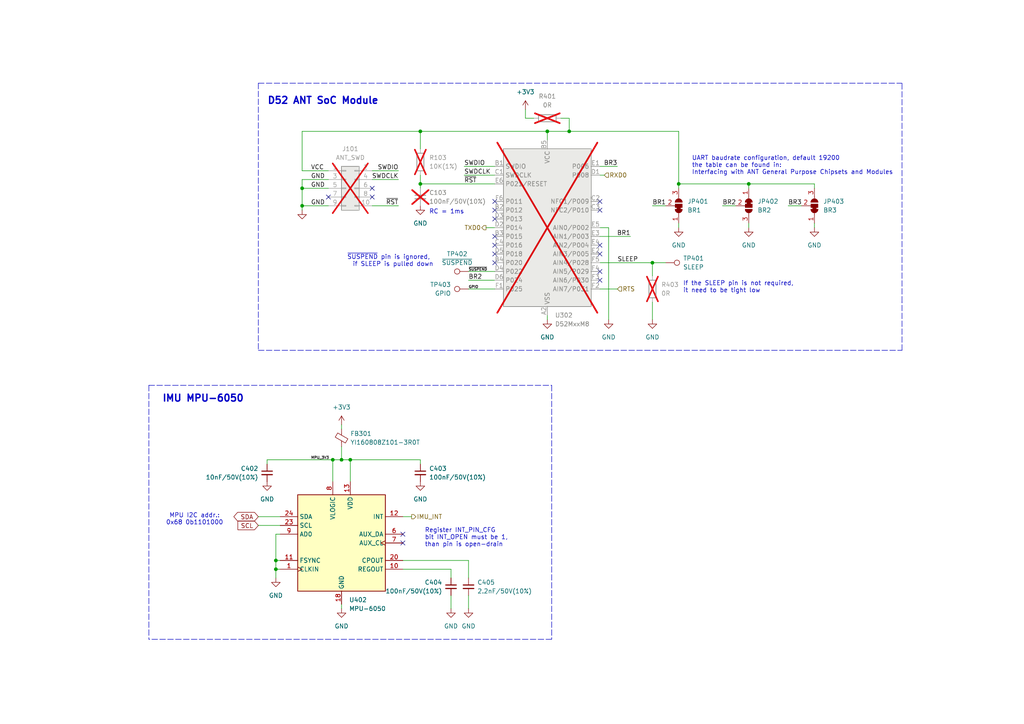
<source format=kicad_sch>
(kicad_sch (version 20230121) (generator eeschema)
  (paper "A4")
  (title_block (title "Radar Safety Sensor") (date "2023-12-20") (rev "Rev.: 1.0") (company "ALPS Electric Czech, s.r.o.") (comment 1 "Designed by Martin Tavoda"))
  (lib_symbols
    (symbol "Connector:TestPoint" (pin_numbers hide) (pin_names (offset 0.762) hide)
      (property "Reference" "TP" (at 0 6.858 0))
      (property "Value" "TestPoint" (at 0 5.08 0))
      (symbol "TestPoint_0_1"
        (circle (center 0 3.302) (radius 0.762))
      )
      (symbol "TestPoint_1_1"
        (pin passive line (at 0 0 90) (length 2.54) (name "1") (number "1"))
      )
    )
    (symbol "Connector_Generic:Conn_02x05_Odd_Even" (pin_names (offset 1.016) hide)
      (property "Reference" "J" (at 1.27 7.62 0))
      (property "Value" "Conn_02x05_Odd_Even" (at 1.27 -7.62 0))
      (symbol "Conn_02x05_Odd_Even_1_1"
        (rectangle (start -1.27 -4.953) (end 0 -5.207) (stroke (width 0.1524)))
        (rectangle (start -1.27 -2.413) (end 0 -2.667) (stroke (width 0.1524)))
        (rectangle (start -1.27 0.127) (end 0 -0.127) (stroke (width 0.1524)))
        (rectangle (start -1.27 2.667) (end 0 2.413) (stroke (width 0.1524)))
        (rectangle (start -1.27 5.207) (end 0 4.953) (stroke (width 0.1524)))
        (rectangle (start -1.27 6.35) (end 3.81 -6.35) (stroke (width 0.254)) (fill (type background)))
        (rectangle (start 3.81 -4.953) (end 2.54 -5.207) (stroke (width 0.1524)))
        (rectangle (start 3.81 -2.413) (end 2.54 -2.667) (stroke (width 0.1524)))
        (rectangle (start 3.81 0.127) (end 2.54 -0.127) (stroke (width 0.1524)))
        (rectangle (start 3.81 2.667) (end 2.54 2.413) (stroke (width 0.1524)))
        (rectangle (start 3.81 5.207) (end 2.54 4.953) (stroke (width 0.1524)))
        (pin passive line (at -5.08 5.08 0) (length 3.81) (name "Pin_1") (number "1"))
        (pin passive line (at 7.62 -5.08 180) (length 3.81) (name "Pin_10") (number "10"))
        (pin passive line (at 7.62 5.08 180) (length 3.81) (name "Pin_2") (number "2"))
        (pin passive line (at -5.08 2.54 0) (length 3.81) (name "Pin_3") (number "3"))
        (pin passive line (at 7.62 2.54 180) (length 3.81) (name "Pin_4") (number "4"))
        (pin passive line (at -5.08 0 0) (length 3.81) (name "Pin_5") (number "5"))
        (pin passive line (at 7.62 0 180) (length 3.81) (name "Pin_6") (number "6"))
        (pin passive line (at -5.08 -2.54 0) (length 3.81) (name "Pin_7") (number "7"))
        (pin passive line (at 7.62 -2.54 180) (length 3.81) (name "Pin_8") (number "8"))
        (pin passive line (at -5.08 -5.08 0) (length 3.81) (name "Pin_9") (number "9"))
      )
    )
    (symbol "Device:C_Small" (pin_numbers hide) (pin_names (offset 0.254) hide)
      (property "Reference" "C" (at 0.254 1.778 0))
      (property "Value" "C_Small" (at 0.254 -2.032 0))
      (symbol "C_Small_0_1"
        (polyline (pts (xy -1.524 -0.508) (xy 1.524 -0.508)) (stroke (width 0.3302)))
        (polyline (pts (xy -1.524 0.508) (xy 1.524 0.508)) (stroke (width 0.3048)))
      )
      (symbol "C_Small_1_1"
        (pin passive line (at 0 2.54 270) (length 2.032) (name "~") (number "1"))
        (pin passive line (at 0 -2.54 90) (length 2.032) (name "~") (number "2"))
      )
    )
    (symbol "Device:FerriteBead_Small" (pin_numbers hide) (pin_names (offset 0))
      (property "Reference" "FB" (at 1.905 1.27 0))
      (property "Value" "FerriteBead_Small" (at 1.905 -1.27 0))
      (symbol "FerriteBead_Small_0_1"
        (polyline (pts (xy 0 -1.27) (xy 0 -0.7874)))
        (polyline (pts (xy 0 0.889) (xy 0 1.2954)))
        (polyline (pts (xy -1.8288 0.2794) (xy -1.1176 1.4986) (xy 1.8288 -0.2032) (xy 1.1176 -1.4224) (xy -1.8288 0.2794)))
      )
      (symbol "FerriteBead_Small_1_1"
        (pin passive line (at 0 2.54 270) (length 1.27) (name "~") (number "1"))
        (pin passive line (at 0 -2.54 90) (length 1.27) (name "~") (number "2"))
      )
    )
    (symbol "Device:R" (pin_numbers hide) (pin_names (offset 0))
      (property "Reference" "R" (at 2.032 0 90))
      (property "Value" "R" (at 0 0 90))
      (symbol "R_0_1"
        (rectangle (start -1.016 -2.54) (end 1.016 2.54) (stroke (width 0.254)))
      )
      (symbol "R_1_1"
        (pin passive line (at 0 3.81 270) (length 1.27) (name "~") (number "1"))
        (pin passive line (at 0 -3.81 90) (length 1.27) (name "~") (number "2"))
      )
    )
    (symbol "Jumper:SolderJumper_3_Bridged12" (pin_names (offset 0) hide)
      (property "Reference" "JP" (at -2.54 -2.54 0))
      (property "Value" "SolderJumper_3_Bridged12" (at 0 2.794 0))
      (symbol "SolderJumper_3_Bridged12_0_1"
        (rectangle (start -1.016 0.508) (end -0.508 -0.508) (fill (type outline)))
        (arc (start -1.016 1.016) (mid -2.0276 0) (end -1.016 -1.016))
        (arc (start -1.016 1.016) (mid -2.0276 0) (end -1.016 -1.016) (fill (type outline)))
        (rectangle (start -0.508 1.016) (end 0.508 -1.016) (fill (type outline)))
        (polyline (pts (xy -2.54 0) (xy -2.032 0)))
        (polyline (pts (xy -1.016 1.016) (xy -1.016 -1.016)))
        (polyline (pts (xy 0 -1.27) (xy 0 -1.016)))
        (polyline (pts (xy 1.016 1.016) (xy 1.016 -1.016)))
        (polyline (pts (xy 2.54 0) (xy 2.032 0)))
        (arc (start 1.016 -1.016) (mid 2.0276 0) (end 1.016 1.016))
        (arc (start 1.016 -1.016) (mid 2.0276 0) (end 1.016 1.016) (fill (type outline)))
      )
      (symbol "SolderJumper_3_Bridged12_1_1"
        (pin passive line (at -5.08 0 0) (length 2.54) (name "A") (number "1"))
        (pin passive line (at 0 -3.81 90) (length 2.54) (name "C") (number "2"))
        (pin passive line (at 5.08 0 180) (length 2.54) (name "B") (number "3"))
      )
    )
    (symbol "RF_Module:D52MxxM8"
      (property "Reference" "U" (at -11.43 24.13 0))
      (property "Value" "D52MxxM8" (at 7.62 24.13 0))
      (symbol "D52MxxM8_0_1"
        (rectangle (start -12.7 22.86) (end 12.7 -22.86) (stroke (width 0.254)) (fill (type background)))
      )
      (symbol "D52MxxM8_1_1"
        (pin power_in line (at 0 -25.4 90) (length 2.54) (name "VSS") (number "A2"))
        (pin passive line (at 0 -25.4 90) (length 2.54) hide (name "VSS") (number "A3"))
        (pin passive line (at 0 -25.4 90) (length 2.54) hide (name "VSS") (number "A4"))
        (pin passive line (at 0 -25.4 90) (length 2.54) hide (name "VSS") (number "A5"))
        (pin passive line (at 0 -25.4 90) (length 2.54) hide (name "VSS") (number "A6"))
        (pin bidirectional line (at -15.24 17.78 0) (length 2.54) (name "SWDIO") (number "B1"))
        (pin bidirectional line (at -15.24 5.08 0) (length 2.54) (name "P012") (number "B2"))
        (pin bidirectional line (at -15.24 -2.54 0) (length 2.54) (name "P015") (number "B3"))
        (pin bidirectional line (at -15.24 -10.16 0) (length 2.54) (name "P020") (number "B4"))
        (pin power_in line (at 0 25.4 270) (length 2.54) (name "VCC") (number "B5"))
        (pin passive line (at 0 25.4 270) (length 2.54) hide (name "VCC") (number "B6"))
        (pin input line (at -15.24 15.24 0) (length 2.54) (name "SWDCLK") (number "C1"))
        (pin bidirectional line (at 15.24 7.62 180) (length 2.54) (name "NFC1/P009") (number "C2"))
        (pin bidirectional line (at 15.24 5.08 180) (length 2.54) (name "NFC2/P010") (number "C3"))
        (pin bidirectional line (at -15.24 -5.08 0) (length 2.54) (name "P016") (number "C4"))
        (pin passive line (at 0 25.4 270) (length 2.54) hide (name "VCC") (number "C5"))
        (pin passive line (at 0 25.4 270) (length 2.54) hide (name "VCC") (number "C6"))
        (pin bidirectional line (at 15.24 15.24 180) (length 2.54) (name "P008") (number "D1"))
        (pin bidirectional line (at -15.24 0 0) (length 2.54) (name "P014") (number "D2"))
        (pin bidirectional line (at -15.24 2.54 0) (length 2.54) (name "P013") (number "D3"))
        (pin bidirectional line (at -15.24 -12.7 0) (length 2.54) (name "P022") (number "D4"))
        (pin bidirectional line (at -15.24 -7.62 0) (length 2.54) (name "P018") (number "D5"))
        (pin bidirectional line (at -15.24 -15.24 0) (length 2.54) (name "P024") (number "D6"))
        (pin bidirectional line (at 15.24 17.78 180) (length 2.54) (name "P006") (number "E1"))
        (pin bidirectional line (at 15.24 -7.62 180) (length 2.54) (name "AIN3/P005") (number "E2"))
        (pin bidirectional line (at 15.24 -2.54 180) (length 2.54) (name "AIN1/P003") (number "E3"))
        (pin bidirectional line (at 15.24 -5.08 180) (length 2.54) (name "AIN2/P004") (number "E4"))
        (pin bidirectional line (at 15.24 0 180) (length 2.54) (name "AIN0/P002") (number "E5"))
        (pin bidirectional line (at -15.24 12.7 0) (length 2.54) (name "P021/RESET") (number "E6"))
        (pin bidirectional line (at -15.24 -17.78 0) (length 2.54) (name "P025") (number "F1"))
        (pin bidirectional line (at 15.24 -17.78 180) (length 2.54) (name "AIN7/P031") (number "F2"))
        (pin bidirectional line (at 15.24 -15.24 180) (length 2.54) (name "AIN6/P030") (number "F3"))
        (pin bidirectional line (at 15.24 -12.7 180) (length 2.54) (name "AIN5/P029") (number "F4"))
        (pin bidirectional line (at 15.24 -10.16 180) (length 2.54) (name "AIN4/P028") (number "F5"))
        (pin bidirectional line (at -15.24 7.62 0) (length 2.54) (name "P011") (number "F6"))
      )
    )
    (symbol "Sensor_Motion:MPU-6050"
      (property "Reference" "U" (at -11.43 13.97 0))
      (property "Value" "MPU-6050" (at 7.62 -15.24 0))
      (symbol "MPU-6050_0_0"
        (text "" (at 12.7 -2.54 0) (effects (font (size 1.27 1.27))))
      )
      (symbol "MPU-6050_0_1"
        (rectangle (start -12.7 13.97) (end 12.7 -13.97) (stroke (width 0.254)) (fill (type background)))
      )
      (symbol "MPU-6050_1_1"
        (pin input clock (at -17.78 -7.62 0) (length 5.08) (name "CLKIN") (number "1"))
        (pin passive line (at 17.78 -7.62 180) (length 5.08) (name "REGOUT") (number "10"))
        (pin input line (at -17.78 -5.08 0) (length 5.08) (name "FSYNC") (number "11"))
        (pin output line (at 17.78 7.62 180) (length 5.08) (name "INT") (number "12"))
        (pin power_in line (at 2.54 17.78 270) (length 3.81) (name "VDD") (number "13"))
        (pin no_connect line (at -12.7 -10.16 0) (length 2.54) hide (name "NC") (number "14"))
        (pin no_connect line (at 12.7 12.7 180) (length 2.54) hide (name "NC") (number "15"))
        (pin no_connect line (at 12.7 10.16 180) (length 2.54) hide (name "NC") (number "16"))
        (pin no_connect line (at 12.7 5.08 180) (length 2.54) hide (name "NC") (number "17"))
        (pin power_in line (at 0 -17.78 90) (length 3.81) (name "GND") (number "18"))
        (pin no_connect line (at 12.7 -10.16 180) (length 2.54) hide (name "RESV") (number "19"))
        (pin no_connect line (at -12.7 12.7 0) (length 2.54) hide (name "NC") (number "2"))
        (pin passive line (at 17.78 -5.08 180) (length 5.08) (name "CPOUT") (number "20"))
        (pin no_connect line (at 12.7 -2.54 180) (length 2.54) hide (name "RESV") (number "21"))
        (pin no_connect line (at 12.7 -12.7 180) (length 2.54) hide (name "RESV") (number "22"))
        (pin input line (at -17.78 5.08 0) (length 5.08) (name "SCL") (number "23"))
        (pin bidirectional line (at -17.78 7.62 0) (length 5.08) (name "SDA") (number "24"))
        (pin no_connect line (at -12.7 10.16 0) (length 2.54) hide (name "NC") (number "3"))
        (pin no_connect line (at -12.7 0 0) (length 2.54) hide (name "NC") (number "4"))
        (pin no_connect line (at -12.7 -2.54 0) (length 2.54) hide (name "NC") (number "5"))
        (pin bidirectional line (at 17.78 2.54 180) (length 5.08) (name "AUX_DA") (number "6"))
        (pin output clock (at 17.78 0 180) (length 5.08) (name "AUX_CL") (number "7"))
        (pin power_in line (at -2.54 17.78 270) (length 3.81) (name "VLOGIC") (number "8"))
        (pin input line (at -17.78 2.54 0) (length 5.08) (name "AD0") (number "9"))
      )
    )
    (symbol "power:+3V3" (power) (pin_names (offset 0))
      (property "Value" "+3V3" (at 0 3.556 0))
      (symbol "+3V3_0_1"
        (polyline (pts (xy -0.762 1.27) (xy 0 2.54)))
        (polyline (pts (xy 0 0) (xy 0 2.54)))
        (polyline (pts (xy 0 2.54) (xy 0.762 1.27)))
      )
      (symbol "+3V3_1_1"
        (pin power_in line (at 0 0 90) (length 0) hide (name "+3V3") (number "1"))
      )
    )
    (symbol "power:GND" (power) (pin_names (offset 0))
      (property "Value" "GND" (at 0 -3.81 0))
      (symbol "GND_0_1"
        (polyline (pts (xy 0 0) (xy 0 -1.27) (xy 1.27 -1.27) (xy 0 -2.54) (xy -1.27 -1.27) (xy 0 -1.27)))
      )
      (symbol "GND_1_1"
        (pin power_in line (at 0 0 270) (length 0) hide (name "GND") (number "1"))
      )
    )
  )
  (junction (at 158.75 38.1))
  (junction (at 101.6 133.35))
  (junction (at 80.01 162.56))
  (junction (at 87.63 54.61))
  (junction (at 217.17 53.34))
  (junction (at 121.92 53.34))
  (junction (at 96.52 133.35))
  (junction (at 189.23 76.2))
  (junction (at 165.1 38.1))
  (junction (at 196.85 53.34))
  (junction (at 80.01 165.1))
  (junction (at 87.63 59.69))
  (junction (at 99.06 133.35))
  (junction (at 121.92 38.1))
  (no_connect (at 116.84 157.48))
  (no_connect (at 173.99 73.66))
  (no_connect (at 95.25 57.15))
  (no_connect (at 116.84 154.94))
  (no_connect (at 143.51 73.66))
  (no_connect (at 173.99 58.42))
  (no_connect (at 143.51 71.12))
  (no_connect (at 173.99 71.12))
  (no_connect (at 143.51 58.42))
  (no_connect (at 173.99 60.96))
  (no_connect (at 143.51 68.58))
  (no_connect (at 107.95 54.61))
  (no_connect (at 143.51 60.96))
  (no_connect (at 173.99 81.28))
  (no_connect (at 143.51 76.2))
  (no_connect (at 107.95 57.15))
  (no_connect (at 143.51 63.5))
  (no_connect (at 173.99 78.74))
  (wire (pts (xy 87.63 54.61) (xy 87.63 59.69)))
  (polyline (pts (xy 43.18 111.76) (xy 43.18 185.42)) (stroke (width 0) (type dash)))
  (wire (pts (xy 130.81 172.72) (xy 130.81 176.53)))
  (wire (pts (xy 107.95 52.07) (xy 115.57 52.07)))
  (wire (pts (xy 236.22 64.77) (xy 236.22 66.04)))
  (wire (pts (xy 121.92 50.8) (xy 121.92 53.34)))
  (wire (pts (xy 173.99 76.2) (xy 189.23 76.2)))
  (wire (pts (xy 152.4 34.29) (xy 152.4 31.75)))
  (wire (pts (xy 209.55 59.69) (xy 213.36 59.69)))
  (wire (pts (xy 121.92 53.34) (xy 121.92 54.61)))
  (wire (pts (xy 87.63 52.07) (xy 95.25 52.07)))
  (wire (pts (xy 96.52 133.35) (xy 96.52 139.7)))
  (wire (pts (xy 99.06 175.26) (xy 99.06 176.53)))
  (wire (pts (xy 87.63 60.96) (xy 87.63 59.69)))
  (wire (pts (xy 135.89 78.74) (xy 143.51 78.74)))
  (wire (pts (xy 80.01 162.56) (xy 81.28 162.56)))
  (wire (pts (xy 176.53 66.04) (xy 176.53 92.71)))
  (wire (pts (xy 173.99 50.8) (xy 175.26 50.8)))
  (wire (pts (xy 99.06 129.54) (xy 99.06 133.35)))
  (polyline (pts (xy 160.02 185.42) (xy 43.18 185.42)) (stroke (width 0) (type dash)))
  (wire (pts (xy 99.06 124.46) (xy 99.06 123.19)))
  (wire (pts (xy 135.89 162.56) (xy 116.84 162.56)))
  (wire (pts (xy 173.99 48.26) (xy 179.07 48.26)))
  (wire (pts (xy 135.89 83.82) (xy 143.51 83.82)))
  (wire (pts (xy 101.6 133.35) (xy 101.6 139.7)))
  (wire (pts (xy 87.63 38.1) (xy 121.92 38.1)))
  (polyline (pts (xy 160.02 111.76) (xy 160.02 185.42)) (stroke (width 0) (type dash)))
  (wire (pts (xy 130.81 167.64) (xy 130.81 165.1)))
  (wire (pts (xy 135.89 167.64) (xy 135.89 162.56)))
  (wire (pts (xy 74.93 149.86) (xy 81.28 149.86)))
  (wire (pts (xy 134.62 50.8) (xy 143.51 50.8)))
  (polyline (pts (xy 214.63 101.6) (xy 261.62 101.6)) (stroke (width 0) (type dash)))
  (wire (pts (xy 196.85 53.34) (xy 217.17 53.34)))
  (wire (pts (xy 135.89 172.72) (xy 135.89 176.53)))
  (wire (pts (xy 81.28 165.1) (xy 80.01 165.1)))
  (wire (pts (xy 189.23 87.63) (xy 189.23 92.71)))
  (wire (pts (xy 158.75 38.1) (xy 158.75 40.64)))
  (polyline (pts (xy 74.93 101.6) (xy 214.63 101.6)) (stroke (width 0) (type dash)))
  (wire (pts (xy 135.89 81.28) (xy 143.51 81.28)))
  (wire (pts (xy 80.01 165.1) (xy 80.01 167.64)))
  (wire (pts (xy 165.1 34.29) (xy 165.1 38.1)))
  (polyline (pts (xy 74.93 24.13) (xy 74.93 101.6)) (stroke (width 0) (type dash)))
  (wire (pts (xy 158.75 38.1) (xy 165.1 38.1)))
  (wire (pts (xy 134.62 48.26) (xy 143.51 48.26)))
  (wire (pts (xy 121.92 38.1) (xy 121.92 43.18)))
  (wire (pts (xy 121.92 134.62) (xy 121.92 133.35)))
  (wire (pts (xy 101.6 133.35) (xy 121.92 133.35)))
  (wire (pts (xy 96.52 133.35) (xy 99.06 133.35)))
  (wire (pts (xy 228.6 59.69) (xy 232.41 59.69)))
  (wire (pts (xy 162.56 34.29) (xy 165.1 34.29)))
  (wire (pts (xy 140.97 66.04) (xy 143.51 66.04)))
  (wire (pts (xy 87.63 38.1) (xy 87.63 49.53)))
  (wire (pts (xy 189.23 59.69) (xy 193.04 59.69)))
  (wire (pts (xy 80.01 162.56) (xy 80.01 165.1)))
  (wire (pts (xy 236.22 53.34) (xy 236.22 54.61)))
  (wire (pts (xy 77.47 133.35) (xy 96.52 133.35)))
  (wire (pts (xy 116.84 149.86) (xy 119.38 149.86)))
  (wire (pts (xy 99.06 133.35) (xy 101.6 133.35)))
  (wire (pts (xy 154.94 34.29) (xy 152.4 34.29)))
  (wire (pts (xy 121.92 38.1) (xy 158.75 38.1)))
  (wire (pts (xy 87.63 49.53) (xy 95.25 49.53)))
  (wire (pts (xy 107.95 49.53) (xy 115.57 49.53)))
  (wire (pts (xy 217.17 53.34) (xy 217.17 54.61)))
  (wire (pts (xy 196.85 53.34) (xy 196.85 38.1)))
  (wire (pts (xy 217.17 53.34) (xy 236.22 53.34)))
  (wire (pts (xy 80.01 154.94) (xy 80.01 162.56)))
  (wire (pts (xy 107.95 59.69) (xy 115.57 59.69)))
  (wire (pts (xy 189.23 76.2) (xy 193.04 76.2)))
  (wire (pts (xy 74.93 152.4) (xy 81.28 152.4)))
  (wire (pts (xy 173.99 68.58) (xy 182.88 68.58)))
  (wire (pts (xy 217.17 64.77) (xy 217.17 66.04)))
  (wire (pts (xy 189.23 76.2) (xy 189.23 80.01)))
  (wire (pts (xy 196.85 53.34) (xy 196.85 54.61)))
  (wire (pts (xy 87.63 59.69) (xy 95.25 59.69)))
  (polyline (pts (xy 43.18 111.76) (xy 160.02 111.76)) (stroke (width 0) (type dash)))
  (wire (pts (xy 173.99 83.82) (xy 179.07 83.82)))
  (wire (pts (xy 87.63 54.61) (xy 95.25 54.61)))
  (wire (pts (xy 81.28 154.94) (xy 80.01 154.94)))
  (polyline (pts (xy 261.62 87.63) (xy 261.62 24.13)) (stroke (width 0) (type dash)))
  (wire (pts (xy 196.85 38.1) (xy 165.1 38.1)))
  (wire (pts (xy 158.75 91.44) (xy 158.75 92.71)))
  (polyline (pts (xy 74.93 24.13) (xy 261.62 24.13)) (stroke (width 0) (type dash)))
  (wire (pts (xy 196.85 64.77) (xy 196.85 66.04)))
  (wire (pts (xy 87.63 52.07) (xy 87.63 54.61)))
  (wire (pts (xy 77.47 133.35) (xy 77.47 134.62)))
  (polyline (pts (xy 261.62 101.6) (xy 261.62 87.63)) (stroke (width 0) (type dash)))
  (wire (pts (xy 173.99 66.04) (xy 176.53 66.04)))
  (wire (pts (xy 121.92 53.34) (xy 143.51 53.34)))
  (wire (pts (xy 130.81 165.1) (xy 116.84 165.1)))
  (text "UART baudrate configuration, default 19200\nthe table can be found in:\nInterfacing with ANT General Purpose Chipsets and Modules" (at 200.66 50.8 0) (effects (font (size 1.27 1.27)) (justify left bottom)))
  (text "MPU I2C addr.: \n0x68 0b1101000\n" (at 64.77 152.4 0) (effects (font (size 1.27 1.27)) (justify right bottom)))
  (text "D52 ANT SoC Module\n" (at 77.47 30.48 0) (effects (font (size 2 2) (thickness 0.4) bold) (justify left bottom)))
  (text "~{SUSPEND} pin is ignored, \nif SLEEP is pulled down" (at 125.73 77.47 0) (effects (font (size 1.27 1.27)) (justify right bottom)))
  (text "Register INT_PIN_CFG \nbit INT_OPEN must be 1,\nthan pin is open-drain" (at 123.19 158.75 0) (effects (font (size 1.27 1.27)) (justify left bottom)))
  (text "IMU MPU-6050 " (at 46.99 116.84 0) (effects (font (size 2 2) (thickness 0.4) bold) (justify left bottom)))
  (text "RC = 1ms" (at 124.46 62.23 0) (effects (font (size 1.27 1.27)) (justify left bottom)))
  (text "If the SLEEP pin is not required,\nit need to be tight low" (at 198.12 85.09 0) (effects (font (size 1.27 1.27)) (justify left bottom)))
  (label "~{SUSPEND}" (at 135.89 78.74 0) (effects (font (size 0.762 0.762))))
  (label "BR2" (at 209.55 59.69 0))
  (label "GND" (at 90.17 52.07 0))
  (label "BR2" (at 135.89 81.28 0))
  (label "GND" (at 90.17 59.69 0))
  (label "SWDIO" (at 134.62 48.26 0))
  (label "~{RST}" (at 115.57 59.69 180))
  (label "SWDCLK" (at 115.57 52.07 180))
  (label "BR3" (at 179.07 48.26 180))
  (label "MPU_3V3" (at 90.17 133.35 0) (effects (font (size 0.762 0.762))))
  (label "BR1" (at 182.88 68.58 180))
  (label "GND" (at 90.17 54.61 0))
  (label "SWDCLK" (at 134.62 50.8 0))
  (label "SLEEP" (at 179.07 76.2 0))
  (label "VCC" (at 93.98 49.53 180))
  (label "~{RST}" (at 134.62 53.34 0))
  (label "BR1" (at 189.23 59.69 0))
  (label "SWDIO" (at 115.57 49.53 180))
  (label "BR3" (at 228.6 59.69 0))
  (label "GPIO" (at 135.89 83.82 0) (effects (font (size 0.762 0.762))))
  (global_label "SDA" (shape bidirectional) (at 74.93 149.86 180) (property "Intersheetrefs" "${INTERSHEET_REFS}" (effects hide)))
  (global_label "SCL" (shape input) (at 74.93 152.4 180) (property "Intersheetrefs" "${INTERSHEET_REFS}" (effects hide)))
  (hierarchical_label "RTS" (shape input) (at 179.07 83.82 0))
  (hierarchical_label "IMU_INT" (shape output) (at 119.38 149.86 0))
  (hierarchical_label "TXD0" (shape output) (at 140.97 66.04 180))
  (hierarchical_label "RXD0" (shape input) (at 175.26 50.8 0))
  (symbol (lib_id "power:GND") (at 99.06 176.53 0) (unit 1)
    (property "Reference" "#PWR0414" (effects hide))
    (property "Value" "GND" (at 99.06 181.61 0))
  )
  (symbol (lib_id "Device:C_Small") (at 121.92 57.15 0) (unit 1) (in_bom no) (dnp yes)
    (property "Reference" "C103" (at 124.46 55.8863 0) (effects (justify left)))
    (property "Value" "100nF/50V(10%)" (at 124.46 58.4263 0) (effects (justify left)))
    (property "Footprint" "Capacitor_SMD:C_0603_1608Metric" (effects hide))
    (instances (project "CycloRadarDemoKit" (path "" (reference "C103") (unit 1)) (path "" (reference "C401") (unit 1))))
  )
  (symbol (lib_id "power:GND") (at 217.17 66.04 0) (unit 1)
    (property "Reference" "#PWR0405" (effects hide))
    (property "Value" "GND" (at 217.17 71.12 0))
  )
  (symbol (lib_id "power:GND") (at 189.23 92.71 0) (unit 1)
    (property "Reference" "#PWR0409" (effects hide))
    (property "Value" "GND" (at 189.23 97.79 0))
  )
  (symbol (lib_id "Jumper:SolderJumper_3_Bridged12") (at 236.22 59.69 270) (mirror x) (unit 1) (in_bom no)
    (property "Reference" "JP403" (at 238.76 58.42 90) (effects (justify left)))
    (property "Value" "BR3" (at 238.76 60.96 90) (effects (justify left)))
    (property "Footprint" "Jumper:SolderJumper-3_P1.3mm_Bridged12_RoundedPad1.0x1.5mm_NumberLabels" (effects hide))
  )
  (symbol (lib_id "RF_Module:D52MxxM8") (at 158.75 66.04 0) (unit 1) (in_bom no) (dnp yes)
    (property "Reference" "U302" (at 160.9441 91.44 0) (effects (justify left)))
    (property "Value" "D52MxxM8" (at 160.9441 93.98 0) (effects (justify left)))
    (property "Footprint" "RF_Module:Garmin_M8-35_9.8x14.0mm_Layout6x6_P1.5mm" (effects hide))
    (property "Datasheet" "https://www.thisisant.com/assets/resources/D00001687_D52_Module_Datasheet.v.2.3_(Garmin).pdf" (effects hide))
    (property "DigiKey" "1094-1028-ND" (effects hide))
    (instances (project "CycloRadarDemoKit" (path "" (reference "U302") (unit 1)) (path "" (reference "U401") (unit 1))))
  )
  (symbol (lib_id "Device:C_Small") (at 130.81 170.18 0) (mirror y) (unit 1)
    (property "Reference" "C404" (at 128.27 168.9163 0) (effects (justify left)))
    (property "Value" "100nF/50V(10%)" (at 128.27 171.4563 0) (effects (justify left)))
    (property "Footprint" "Capacitor_SMD:C_0603_1608Metric" (effects hide))
    (property "LCSC" "C14663" (effects hide))
  )
  (symbol (lib_id "power:GND") (at 196.85 66.04 0) (unit 1)
    (property "Reference" "#PWR0404" (effects hide))
    (property "Value" "GND" (at 196.85 71.12 0))
  )
  (symbol (lib_id "power:+3V3") (at 99.06 123.19 0) (unit 1)
    (property "Reference" "#PWR0426" (effects hide))
    (property "Value" "+3V3" (at 99.06 118.11 0))
    (instances (project "CycloRadarDemoKit" (path "" (reference "#PWR0426") (unit 1)) (path "" (reference "#PWR0410") (unit 1))))
  )
  (symbol (lib_id "power:GND") (at 87.63 60.96 0) (unit 1)
    (property "Reference" "#PWR0112" (effects hide))
    (property "Value" "GND" (effects hide))
    (instances (project "CycloRadarDemoKit" (path "" (reference "#PWR0112") (unit 1)) (path "" (reference "#PWR0403") (unit 1))))
  )
  (symbol (lib_id "power:GND") (at 130.81 176.53 0) (unit 1)
    (property "Reference" "#PWR0415" (effects hide))
    (property "Value" "GND" (at 130.81 181.61 0))
  )
  (symbol (lib_id "Device:FerriteBead_Small") (at 99.06 127 180) (unit 1)
    (property "Reference" "FB301" (at 101.6 125.7681 0) (effects (justify right)))
    (property "Value" "YI160808Z101-3R0T" (at 101.6 128.3081 0) (effects (justify right)))
    (property "Footprint" "Resistor_SMD:R_0603_1608Metric" (effects hide))
    (property "LCSC" "C3011210" (effects hide))
    (instances (project "CycloRadarDemoKit" (path "" (reference "FB301") (unit 1)) (path "" (reference "FB401") (unit 1))))
  )
  (symbol (lib_id "Connector:TestPoint") (at 135.89 83.82 90) (unit 1) (in_bom no)
    (property "Reference" "TP403" (at 130.81 82.55 90) (effects (justify left)))
    (property "Value" "GPIO" (at 130.81 85.09 90) (effects (justify left)))
    (property "Footprint" "TestPoint:TestPoint_Pad_D1.0mm" (effects hide))
  )
  (symbol (lib_id "Jumper:SolderJumper_3_Bridged12") (at 196.85 59.69 270) (mirror x) (unit 1) (in_bom no)
    (property "Reference" "JP401" (at 199.39 58.42 90) (effects (justify left)))
    (property "Value" "BR1" (at 199.39 60.96 90) (effects (justify left)))
    (property "Footprint" "Jumper:SolderJumper-3_P1.3mm_Bridged12_RoundedPad1.0x1.5mm_NumberLabels" (effects hide))
  )
  (symbol (lib_id "power:GND") (at 121.92 59.69 0) (unit 1)
    (property "Reference" "#PWR0402" (effects hide))
    (property "Value" "GND" (at 121.92 64.77 0))
  )
  (symbol (lib_id "power:GND") (at 80.01 167.64 0) (unit 1)
    (property "Reference" "#PWR0413" (effects hide))
    (property "Value" "GND" (at 80.01 172.72 0))
  )
  (symbol (lib_id "power:GND") (at 77.47 139.7 0) (unit 1)
    (property "Reference" "#PWR0411" (effects hide))
    (property "Value" "GND" (at 77.47 144.78 0))
  )
  (symbol (lib_id "Device:C_Small") (at 121.92 137.16 0) (unit 1)
    (property "Reference" "C403" (at 124.46 135.8963 0) (effects (justify left)))
    (property "Value" "100nF/50V(10%)" (at 124.46 138.4363 0) (effects (justify left)))
    (property "Footprint" "Capacitor_SMD:C_0603_1608Metric" (effects hide))
    (property "LCSC" "C14663" (effects hide))
  )
  (symbol (lib_id "Device:R") (at 158.75 34.29 90) (unit 1) (in_bom no) (dnp yes)
    (property "Reference" "R401" (at 158.75 27.94 90))
    (property "Value" "0R" (at 158.75 30.48 90))
    (property "Footprint" "Resistor_SMD:R_0805_2012Metric" (effects hide))
    (property "LCSC" "C17477" (effects hide))
  )
  (symbol (lib_id "Device:R") (at 189.23 83.82 0) (unit 1) (in_bom no) (dnp yes)
    (property "Reference" "R403" (at 191.77 82.55 0) (effects (justify left)))
    (property "Value" "0R" (at 191.77 85.09 0) (effects (justify left)))
    (property "Footprint" "Resistor_SMD:R_0805_2012Metric" (effects hide))
    (property "LCSC" "C17477" (effects hide))
  )
  (symbol (lib_id "Connector:TestPoint") (at 193.04 76.2 270) (unit 1) (in_bom no)
    (property "Reference" "TP401" (at 198.12 74.93 90) (effects (justify left)))
    (property "Value" "SLEEP" (at 198.12 77.47 90) (effects (justify left)))
    (property "Footprint" "TestPoint:TestPoint_Pad_D1.0mm" (effects hide))
  )
  (symbol (lib_id "power:GND") (at 236.22 66.04 0) (unit 1)
    (property "Reference" "#PWR0406" (effects hide))
    (property "Value" "GND" (at 236.22 71.12 0))
  )
  (symbol (lib_id "Sensor_Motion:MPU-6050") (at 99.06 157.48 0) (unit 1)
    (property "Reference" "U402" (at 101.2541 173.99 0) (effects (justify left)))
    (property "Value" "MPU-6050" (at 101.2541 176.53 0) (effects (justify left)))
    (property "Footprint" "Sensor_Motion:InvenSense_QFN-24_4x4mm_P0.5mm" (effects hide))
    (property "Datasheet" "https://invensense.tdk.com/wp-content/uploads/2015/02/MPU-6000-Datasheet1.pdf" (effects hide))
    (property "LCSC" "C24112" (effects hide))
  )
  (symbol (lib_id "Jumper:SolderJumper_3_Bridged12") (at 217.17 59.69 270) (unit 1) (in_bom no)
    (property "Reference" "JP402" (at 219.71 58.42 90) (effects (justify left)))
    (property "Value" "BR2" (at 219.71 60.96 90) (effects (justify left)))
    (property "Footprint" "Jumper:SolderJumper-3_P1.3mm_Bridged12_RoundedPad1.0x1.5mm_NumberLabels" (effects hide))
  )
  (symbol (lib_id "power:GND") (at 121.92 139.7 0) (unit 1)
    (property "Reference" "#PWR0412" (effects hide))
    (property "Value" "GND" (at 121.92 144.78 0))
  )
  (symbol (lib_id "Connector:TestPoint") (at 135.89 78.74 90) (unit 1) (in_bom no)
    (property "Reference" "TP402" (at 132.588 73.66 90))
    (property "Value" "~{SUSPEND}" (at 132.588 76.2 90))
    (property "Footprint" "TestPoint:TestPoint_Pad_D1.0mm" (effects hide))
  )
  (symbol (lib_id "power:GND") (at 135.89 176.53 0) (unit 1)
    (property "Reference" "#PWR0416" (effects hide))
    (property "Value" "GND" (at 135.89 181.61 0))
  )
  (symbol (lib_id "Device:R") (at 121.92 46.99 0) (mirror x) (unit 1) (in_bom no) (dnp yes)
    (property "Reference" "R103" (at 124.46 45.72 0) (effects (justify left)))
    (property "Value" "10K(1%)" (at 124.46 48.26 0) (effects (justify left)))
    (property "Footprint" "Resistor_SMD:R_0603_1608Metric" (effects hide))
    (property "LCSC" "C25804" (effects hide))
    (instances (project "CycloRadarDemoKit" (path "" (reference "R103") (unit 1)) (path "" (reference "R402") (unit 1))))
  )
  (symbol (lib_id "power:GND") (at 176.53 92.71 0) (unit 1)
    (property "Reference" "#PWR0408" (effects hide))
    (property "Value" "GND" (at 176.53 97.79 0))
  )
  (symbol (lib_id "Device:C_Small") (at 77.47 137.16 0) (mirror y) (unit 1)
    (property "Reference" "C402" (at 74.93 135.8963 0) (effects (justify left)))
    (property "Value" "10nF/50V(10%)" (at 74.93 138.4363 0) (effects (justify left)))
    (property "Footprint" "Capacitor_SMD:C_0402_1005Metric" (effects hide))
    (property "LCSC" "C15195" (effects hide))
  )
  (symbol (lib_id "Device:C_Small") (at 135.89 170.18 0) (unit 1)
    (property "Reference" "C405" (at 138.43 168.9163 0) (effects (justify left)))
    (property "Value" "2.2nF/50V(10%)" (at 138.43 171.4563 0) (effects (justify left)))
    (property "Footprint" "Capacitor_SMD:C_0603_1608Metric" (effects hide))
    (property "LCSC" "C1604" (effects hide))
  )
  (symbol (lib_id "power:+3V3") (at 152.4 31.75 0) (unit 1)
    (property "Reference" "#PWR0426" (effects hide))
    (property "Value" "+3V3" (at 152.4 26.67 0))
    (instances (project "CycloRadarDemoKit" (path "" (reference "#PWR0426") (unit 1)) (path "" (reference "#PWR0401") (unit 1))))
  )
  (symbol (lib_id "power:GND") (at 158.75 92.71 0) (unit 1)
    (property "Reference" "#PWR0407" (effects hide))
    (property "Value" "GND" (at 158.75 97.79 0))
  )
  (symbol (lib_id "Connector_Generic:Conn_02x05_Odd_Even") (at 100.33 54.61 0) (unit 1) (in_bom no) (dnp yes)
    (property "Reference" "J101" (at 101.6 43.18 0))
    (property "Value" "ANT_SWD" (at 101.6 45.72 0))
    (property "Footprint" "Connector_PinHeader_1.27mm:PinHeader_2x05_P1.27mm_Vertical_SMD" (effects hide))
    (instances (project "CycloRadarDemoKit" (path "" (reference "J101") (unit 1)) (path "" (reference "J401") (unit 1))))
  )
)
</source>
